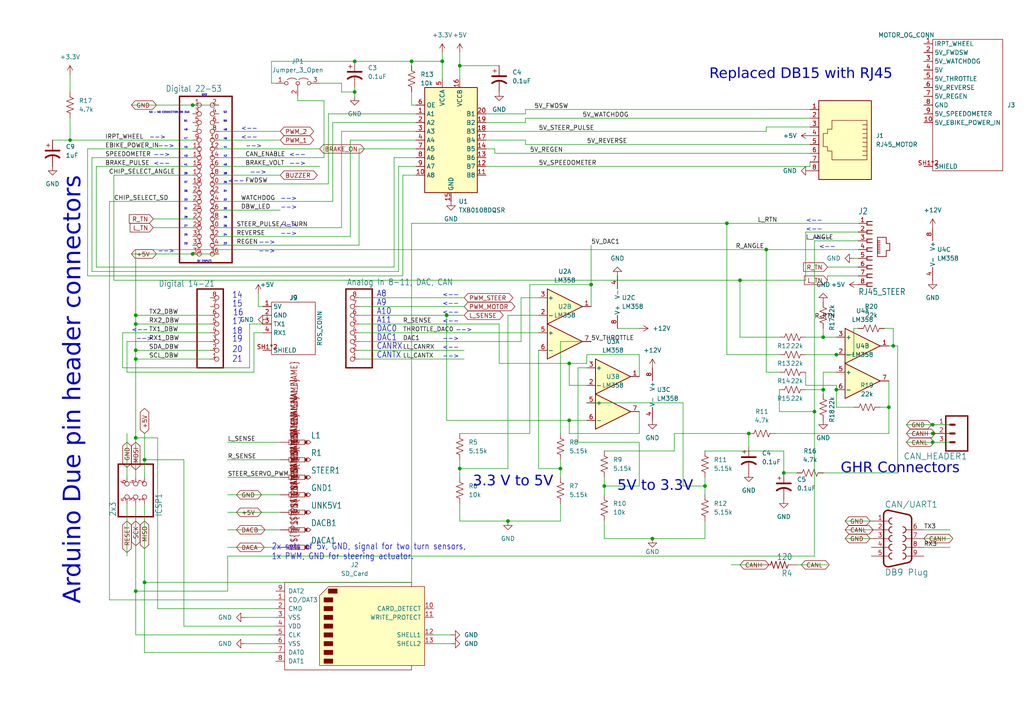
<source format=kicad_sch>
(kicad_sch (version 20230121) (generator eeschema)
  (paper "A4")
  (lib_symbols
    (symbol "Amplifier_Operational:LM358" (pin_names (offset 0.127))
      (property "Reference" "U" (at 0 5.08 0))
      (property "Value" "LM358" (at 0 -5.08 0))
      (symbol "LM358_1_1"
        (pin output line (at 7.62 0 180) (length 2.54) (name "~") (number "1"))
        (pin input line (at -7.62 -2.54 0) (length 2.54) (name "-") (number "2"))
        (pin input line (at -7.62 2.54 0) (length 2.54) (name "+") (number "3"))
      )
      (symbol "LM358_2_1"
        (pin input line (at -7.62 2.54 0) (length 2.54) (name "+") (number "5"))
        (pin input line (at -7.62 -2.54 0) (length 2.54) (name "-") (number "6"))
        (pin output line (at 7.62 0 180) (length 2.54) (name "~") (number "7"))
      )
      (symbol "LM358_3_1"
        (pin power_in line (at -2.54 -7.62 90) (length 3.81) (name "V-") (number "4"))
        (pin power_in line (at -2.54 7.62 270) (length 3.81) (name "V+") (number "8"))
      )
    )
    (symbol "Connector:RJ45" (pin_names (offset 1.016))
      (property "Reference" "J" (at -5.08 13.97 0))
      (property "Value" "RJ45" (at 2.54 13.97 0))
      (symbol "RJ45_1_1"
        (pin passive line (at 10.16 -7.62 180) (length 2.54) (name "~") (number "1"))
        (pin passive line (at 10.16 -5.08 180) (length 2.54) (name "~") (number "2"))
        (pin passive line (at 10.16 -2.54 180) (length 2.54) (name "~") (number "3"))
        (pin passive line (at 10.16 0 180) (length 2.54) (name "~") (number "4"))
        (pin passive line (at 10.16 2.54 180) (length 2.54) (name "~") (number "5"))
        (pin passive line (at 10.16 5.08 180) (length 2.54) (name "~") (number "6"))
        (pin passive line (at 10.16 7.62 180) (length 2.54) (name "~") (number "7"))
        (pin passive line (at 10.16 10.16 180) (length 2.54) (name "~") (number "8"))
      )
    )
    (symbol "Connector:SD_Card" (pin_names (offset 1.016))
      (property "Reference" "J" (at -16.51 13.97 0))
      (property "Value" "SD_Card" (at 15.24 -13.97 0))
      (symbol "SD_Card_1_1"
        (pin input line (at -22.86 7.62 0) (length 2.54) (name "CD/DAT3") (number "1"))
        (pin input line (at 22.86 5.08 180) (length 2.54) (name "CARD_DETECT") (number "10"))
        (pin input line (at 22.86 2.54 180) (length 2.54) (name "WRITE_PROTECT") (number "11"))
        (pin input line (at 22.86 -2.54 180) (length 2.54) (name "SHELL1") (number "12"))
        (pin input line (at 22.86 -5.08 180) (length 2.54) (name "SHELL2") (number "13"))
        (pin input line (at -22.86 5.08 0) (length 2.54) (name "CMD") (number "2"))
        (pin power_in line (at -22.86 2.54 0) (length 2.54) (name "VSS") (number "3"))
        (pin power_in line (at -22.86 0 0) (length 2.54) (name "VDD") (number "4"))
        (pin input line (at -22.86 -2.54 0) (length 2.54) (name "CLK") (number "5"))
        (pin power_in line (at -22.86 -5.08 0) (length 2.54) (name "VSS") (number "6"))
        (pin input line (at -22.86 -7.62 0) (length 2.54) (name "DAT0") (number "7"))
        (pin input line (at -22.86 -10.16 0) (length 2.54) (name "DAT1") (number "8"))
        (pin input line (at -22.86 10.16 0) (length 2.54) (name "DAT2") (number "9"))
      )
    )
    (symbol "Device:C_Polarized_US" (pin_numbers hide) (pin_names (offset 0.254) hide)
      (property "Reference" "C" (at 0.635 2.54 0))
      (property "Value" "C_Polarized_US" (at 0.635 -2.54 0))
      (symbol "C_Polarized_US_1_1"
        (pin passive line (at 0 3.81 270) (length 2.794) (name "~") (number "1"))
        (pin passive line (at 0 -3.81 90) (length 3.302) (name "~") (number "2"))
      )
    )
    (symbol "Device:R_US" (pin_numbers hide) (pin_names (offset 0))
      (property "Reference" "R" (at 2.54 0 90))
      (property "Value" "R_US" (at -2.54 0 90))
      (symbol "R_US_1_1"
        (pin passive line (at 0 3.81 270) (length 1.27) (name "~") (number "1"))
        (pin passive line (at 0 -3.81 90) (length 1.27) (name "~") (number "2"))
      )
    )
    (symbol "Jumper:Jumper_3_Open" (pin_names (offset 0) hide)
      (property "Reference" "JP" (at -2.54 -2.54 0))
      (property "Value" "Jumper_3_Open" (at 0 2.794 0))
      (symbol "Jumper_3_Open_1_1"
        (pin passive line (at -6.35 0 0) (length 2.54) (name "A") (number "1"))
        (pin passive line (at 0 -3.81 90) (length 2.54) (name "C") (number "2"))
        (pin passive line (at 6.35 0 180) (length 2.54) (name "B") (number "3"))
      )
    )
    (symbol "Logic_LevelTranslator:TXB0108DQSR"
      (property "Reference" "U" (at -6.35 16.51 0))
      (property "Value" "TXB0108DQSR" (at 3.81 16.51 0))
      (symbol "TXB0108DQSR_1_1"
        (pin bidirectional line (at -10.16 7.62 0) (length 2.54) (name "A1") (number "1"))
        (pin bidirectional line (at -10.16 -10.16 0) (length 2.54) (name "A8") (number "10"))
        (pin bidirectional line (at 10.16 -10.16 180) (length 2.54) (name "B8") (number "11"))
        (pin bidirectional line (at 10.16 -7.62 180) (length 2.54) (name "B7") (number "12"))
        (pin bidirectional line (at 10.16 -5.08 180) (length 2.54) (name "B6") (number "13"))
        (pin bidirectional line (at 10.16 -2.54 180) (length 2.54) (name "B5") (number "14"))
        (pin power_in line (at 0 -17.78 90) (length 2.54) (name "GND") (number "15"))
        (pin power_in line (at 2.54 17.78 270) (length 2.54) (name "VCCB") (number "16"))
        (pin bidirectional line (at 10.16 0 180) (length 2.54) (name "B4") (number "17"))
        (pin bidirectional line (at 10.16 2.54 180) (length 2.54) (name "B3") (number "18"))
        (pin bidirectional line (at 10.16 5.08 180) (length 2.54) (name "B2") (number "19"))
        (pin bidirectional line (at -10.16 5.08 0) (length 2.54) (name "A2") (number "2"))
        (pin bidirectional line (at 10.16 7.62 180) (length 2.54) (name "B1") (number "20"))
        (pin bidirectional line (at -10.16 2.54 0) (length 2.54) (name "A3") (number "3"))
        (pin bidirectional line (at -10.16 0 0) (length 2.54) (name "A4") (number "4"))
        (pin power_in line (at -2.54 17.78 270) (length 2.54) (name "VCCA") (number "5"))
        (pin input line (at -10.16 10.16 0) (length 2.54) (name "OE") (number "6"))
        (pin bidirectional line (at -10.16 -2.54 0) (length 2.54) (name "A5") (number "7"))
        (pin bidirectional line (at -10.16 -5.08 0) (length 2.54) (name "A6") (number "8"))
        (pin bidirectional line (at -10.16 -7.62 0) (length 2.54) (name "A7") (number "9"))
      )
    )
    (symbol "LowLevelv3_1-eagle-import:CONN_03-SCREW-5MM"
      (property "Reference" "J" (at -2.54 5.588 0))
      (symbol "CONN_03-SCREW-5MM_1_0"
        (pin passive line (at 7.62 -2.54 180) (length 5.08) (name "1") (number "1"))
        (pin passive line (at 7.62 0 180) (length 5.08) (name "2") (number "2"))
        (pin passive line (at 7.62 2.54 180) (length 5.08) (name "3") (number "3"))
      )
    )
    (symbol "LowLevelv3_1-eagle-import:DB9FEMALE"
      (property "Reference" "J" (at -3.81 8.636 0))
      (symbol "DB9FEMALE_1_0"
        (pin passive line (at -7.62 5.08 0) (length 5.08) (name "1") (number "1"))
        (pin passive line (at -7.62 2.54 0) (length 5.08) (name "2") (number "2"))
        (pin passive line (at -7.62 0 0) (length 5.08) (name "3") (number "3"))
        (pin passive line (at -7.62 -2.54 0) (length 5.08) (name "4") (number "4"))
        (pin passive line (at -7.62 -5.08 0) (length 5.08) (name "5") (number "5"))
        (pin passive line (at 7.62 2.54 180) (length 5.08) (name "6") (number "6"))
        (pin passive line (at 7.62 0 180) (length 5.08) (name "7") (number "7"))
        (pin passive line (at 7.62 -2.54 180) (length 5.08) (name "8") (number "8"))
        (pin passive line (at 7.62 -5.08 180) (length 5.08) (name "9") (number "9"))
      )
    )
    (symbol "LowLevelv3_1-eagle-import:PINHD-1X8"
      (property "Reference" "JP" (at -6.35 13.335 0))
      (symbol "PINHD-1X8_1_0"
        (pin passive inverted (at -2.54 10.16 0) (length 2.54) (name "1") (number "1"))
        (pin passive inverted (at -2.54 7.62 0) (length 2.54) (name "2") (number "2"))
        (pin passive inverted (at -2.54 5.08 0) (length 2.54) (name "3") (number "3"))
        (pin passive inverted (at -2.54 2.54 0) (length 2.54) (name "4") (number "4"))
        (pin passive inverted (at -2.54 0 0) (length 2.54) (name "5") (number "5"))
        (pin passive inverted (at -2.54 -2.54 0) (length 2.54) (name "6") (number "6"))
        (pin passive inverted (at -2.54 -5.08 0) (length 2.54) (name "7") (number "7"))
        (pin passive inverted (at -2.54 -7.62 0) (length 2.54) (name "8") (number "8"))
      )
    )
    (symbol "LowLevelv3_1-eagle-import:PINHD-2X3"
      (property "Reference" "JP" (at -6.35 5.715 0))
      (symbol "PINHD-2X3_1_0"
        (pin passive inverted (at -2.54 2.54 0) (length 2.54) (name "1") (number "1"))
        (pin passive inverted (at 5.08 2.54 180) (length 2.54) (name "2") (number "2"))
        (pin passive inverted (at -2.54 0 0) (length 2.54) (name "3") (number "3"))
        (pin passive inverted (at 5.08 0 180) (length 2.54) (name "4") (number "4"))
        (pin passive inverted (at -2.54 -2.54 0) (length 2.54) (name "5") (number "5"))
        (pin passive inverted (at 5.08 -2.54 180) (length 2.54) (name "6") (number "6"))
      )
    )
    (symbol "LowLevelv3_1-eagle-import:PINHEAD_PINHD-2X18"
      (property "Reference" "JP" (at -6.35 23.495 0))
      (symbol "PINHEAD_PINHD-2X18_1_0"
        (pin passive inverted (at -2.54 20.32 0) (length 2.54) (name "1") (number "1"))
        (pin passive inverted (at 5.08 10.16 180) (length 2.54) (name "10") (number "10"))
        (pin passive inverted (at -2.54 7.62 0) (length 2.54) (name "11") (number "11"))
        (pin passive inverted (at 5.08 7.62 180) (length 2.54) (name "12") (number "12"))
        (pin passive inverted (at -2.54 5.08 0) (length 2.54) (name "13") (number "13"))
        (pin passive inverted (at 5.08 5.08 180) (length 2.54) (name "14") (number "14"))
        (pin passive inverted (at -2.54 2.54 0) (length 2.54) (name "15") (number "15"))
        (pin passive inverted (at 5.08 2.54 180) (length 2.54) (name "16") (number "16"))
        (pin passive inverted (at -2.54 0 0) (length 2.54) (name "17") (number "17"))
        (pin passive inverted (at 5.08 0 180) (length 2.54) (name "18") (number "18"))
        (pin passive inverted (at -2.54 -2.54 0) (length 2.54) (name "19") (number "19"))
        (pin passive inverted (at 5.08 20.32 180) (length 2.54) (name "2") (number "2"))
        (pin passive inverted (at 5.08 -2.54 180) (length 2.54) (name "20") (number "20"))
        (pin passive inverted (at -2.54 -5.08 0) (length 2.54) (name "21") (number "21"))
        (pin passive inverted (at 5.08 -5.08 180) (length 2.54) (name "22") (number "22"))
        (pin passive inverted (at -2.54 -7.62 0) (length 2.54) (name "23") (number "23"))
        (pin passive inverted (at 5.08 -7.62 180) (length 2.54) (name "24") (number "24"))
        (pin passive inverted (at -2.54 -10.16 0) (length 2.54) (name "25") (number "25"))
        (pin passive inverted (at 5.08 -10.16 180) (length 2.54) (name "26") (number "26"))
        (pin passive inverted (at -2.54 -12.7 0) (length 2.54) (name "27") (number "27"))
        (pin passive inverted (at 5.08 -12.7 180) (length 2.54) (name "28") (number "28"))
        (pin passive inverted (at -2.54 -15.24 0) (length 2.54) (name "29") (number "29"))
        (pin passive inverted (at -2.54 17.78 0) (length 2.54) (name "3") (number "3"))
        (pin passive inverted (at 5.08 -15.24 180) (length 2.54) (name "30") (number "30"))
        (pin passive inverted (at -2.54 -17.78 0) (length 2.54) (name "31") (number "31"))
        (pin passive inverted (at 5.08 -17.78 180) (length 2.54) (name "32") (number "32"))
        (pin passive inverted (at -2.54 -20.32 0) (length 2.54) (name "33") (number "33"))
        (pin passive inverted (at 5.08 -20.32 180) (length 2.54) (name "34") (number "34"))
        (pin passive inverted (at -2.54 -22.86 0) (length 2.54) (name "35") (number "35"))
        (pin passive inverted (at 5.08 -22.86 180) (length 2.54) (name "36") (number "36"))
        (pin passive inverted (at 5.08 17.78 180) (length 2.54) (name "4") (number "4"))
        (pin passive inverted (at -2.54 15.24 0) (length 2.54) (name "5") (number "5"))
        (pin passive inverted (at 5.08 15.24 180) (length 2.54) (name "6") (number "6"))
        (pin passive inverted (at -2.54 12.7 0) (length 2.54) (name "7") (number "7"))
        (pin passive inverted (at 5.08 12.7 180) (length 2.54) (name "8") (number "8"))
        (pin passive inverted (at -2.54 10.16 0) (length 2.54) (name "9") (number "9"))
      )
    )
    (symbol "LowLevelv3_1-eagle-import:PTR1PAD1-17"
      (property "Reference" "TP" (at -1.016 -6.35 90))
      (symbol "PTR1PAD1-17_1_0"
        (text "${TP_SIGNAL_NAME}" (at 1.27 -2.54 0) (effects (font (size 1.778 1.5113)) (justify left bottom)))
        (pin input line (at 0 2.54 270) (length 2.54) (name "TP") (number "TP"))
      )
    )
    (symbol "LowLevelv3_1-eagle-import:R-US_R1206"
      (property "Reference" "R" (at -3.81 1.4986 0))
      (symbol "R-US_R1206_1_0"
        (pin passive line (at -5.08 0 0) (length 2.54) (name "1") (number "1"))
        (pin passive line (at 5.08 0 180) (length 2.54) (name "2") (number "2"))
      )
    )
    (symbol "LowLevelv3_1-eagle-import:RJ45"
      (property "Reference" "X" (at -2.54 10.16 0))
      (symbol "RJ45_1_0"
        (pin passive line (at -2.54 7.62 0) (length 2.54) (name "1") (number "1"))
        (pin passive line (at -2.54 5.08 0) (length 2.54) (name "2") (number "2"))
        (pin passive line (at -2.54 2.54 0) (length 2.54) (name "3") (number "3"))
        (pin passive line (at -2.54 0 0) (length 2.54) (name "4") (number "4"))
        (pin passive line (at -2.54 -2.54 0) (length 2.54) (name "5") (number "5"))
        (pin passive line (at -2.54 -5.08 0) (length 2.54) (name "6") (number "6"))
        (pin passive line (at -2.54 -7.62 0) (length 2.54) (name "7") (number "7"))
        (pin passive line (at -2.54 -10.16 0) (length 2.54) (name "8") (number "8"))
      )
    )
    (symbol "SM_CONNECTORS:10_Pin_Connector"
      (property "Reference" "J" (at 0 0 0))
      (symbol "10_Pin_Connector_1_1"
        (pin input line (at 5.08 -2.54 0) (length 2.54) (name "IRPT_WHEEL") (number "1"))
        (pin input line (at 5.08 -25.4 0) (length 2.54) (name "5V_EBIKE_POWER_IN") (number "10"))
        (pin input line (at 5.08 -5.08 0) (length 2.54) (name "5V_FWDSW") (number "2"))
        (pin input line (at 5.08 -7.62 0) (length 2.54) (name "5V_WATCHDOG") (number "3"))
        (pin input line (at 5.08 -10.16 0) (length 2.54) (name "5V") (number "4"))
        (pin input line (at 5.08 -12.7 0) (length 2.54) (name "5V_THROTTLE") (number "5"))
        (pin input line (at 5.08 -15.24 0) (length 2.54) (name "5V_REVERSE") (number "6"))
        (pin input line (at 5.08 -17.78 0) (length 2.54) (name "5V_REGEN") (number "7"))
        (pin input line (at 5.08 -20.32 0) (length 2.54) (name "GND") (number "8"))
        (pin input line (at 5.08 -22.86 0) (length 2.54) (name "5V_SPEEDOMETER") (number "9"))
        (pin input line (at 5.08 -38.1 0) (length 2.54) (name "SHIELD") (number "SH1*2"))
      )
    )
    (symbol "SM_CONNECTORS:SM04B-GHS-TB_LF__SN_-_SM04B-GHS-TB(LF)(SN)-_"
      (property "Reference" "J" (at 5.08 5.08 0))
      (symbol "SM04B-GHS-TB_LF__SN_-_SM04B-GHS-TB(LF)(SN)-__1_1"
        (pin input line (at -6.35 2.54 0) (length 2.54) (name "5V") (number "1"))
        (pin input line (at -6.35 0 0) (length 2.54) (name "GND") (number "2"))
        (pin input line (at -6.35 -2.54 0) (length 2.54) (name "TX1") (number "3"))
        (pin input line (at -6.35 -5.08 0) (length 2.54) (name "RX1") (number "4"))
        (pin input line (at -6.35 -10.16 0) (length 2.54) (name "SHIELD") (number "SH1*2"))
      )
    )
    (symbol "power:+12V" (power) (pin_names (offset 0))
      (property "Value" "+12V" (at 0 3.556 0))
      (symbol "+12V_1_1"
        (pin power_in line (at 0 0 90) (length 0) hide (name "+12V") (number "1"))
      )
    )
    (symbol "power:+3.3V" (power) (pin_names (offset 0))
      (property "Value" "+3.3V" (at 0 3.556 0))
      (symbol "+3.3V_1_1"
        (pin power_in line (at 0 0 90) (length 0) hide (name "+3.3V") (number "1"))
      )
    )
    (symbol "power:+5V" (power) (pin_names (offset 0))
      (property "Value" "+5V" (at 0 3.556 0))
      (symbol "+5V_1_1"
        (pin power_in line (at 0 0 90) (length 0) hide (name "+5V") (number "1"))
      )
    )
    (symbol "power:GND" (power) (pin_names (offset 0))
      (property "Value" "GND" (at 0 -3.81 0))
      (symbol "GND_1_1"
        (pin power_in line (at 0 0 270) (length 0) hide (name "GND") (number "1"))
      )
    )
  )
  (junction (at 55.88 30.48))
  (junction (at 270.51 128.27))
  (junction (at 171.45 82.55))
  (junction (at 102.87 17.78))
  (junction (at 147.32 151.13))
  (junction (at 128.27 17.78))
  (junction (at 238.76 97.79))
  (junction (at 242.57 113.03))
  (junction (at 270.51 125.73))
  (junction (at 39.37 91.44))
  (junction (at 20.32 40.64))
  (junction (at 129.54 91.44))
  (junction (at 119.38 17.78))
  (junction (at 102.87 26.67))
  (junction (at 175.26 140.97))
  (junction (at 162.56 135.89))
  (junction (at 217.17 125.73))
  (junction (at 189.23 156.21))
  (junction (at 165.1 121.92))
  (junction (at 227.33 137.16))
  (junction (at 214.63 81.28))
  (junction (at 41.91 168.91))
  (junction (at 259.08 100.33))
  (junction (at 39.37 127))
  (junction (at 204.47 140.97))
  (junction (at 210.82 64.77))
  (junction (at 55.88 73.66))
  (junction (at 41.91 133.35))
  (junction (at 133.35 135.89))
  (junction (at 39.37 101.6))
  (junction (at 39.37 93.98))
  (junction (at 165.1 105.41))
  (junction (at 39.37 104.14))
  (junction (at 133.35 19.05))
  (junction (at 39.37 171.45))
  (junction (at 236.22 119.38))
  (junction (at 238.76 113.03))
  (junction (at 257.81 118.11))
  (junction (at 270.51 123.19))
  (junction (at 222.25 72.39))
  (junction (at 242.57 102.87))
  (wire (pts (xy 204.47 138.43) (xy 204.47 140.97)))
  (wire (pts (xy 162.56 99.06) (xy 171.45 99.06)))
  (wire (pts (xy 257.81 118.11) (xy 257.81 125.73)))
  (wire (pts (xy 63.5 53.34) (xy 95.25 53.34)))
  (wire (pts (xy 165.1 121.92) (xy 165.1 125.73)) (stroke (width 0.1524)))
  (wire (pts (xy 226.06 97.79) (xy 214.63 97.79)))
  (wire (pts (xy 227.33 130.81) (xy 227.33 137.16)))
  (wire (pts (xy 233.68 67.31) (xy 248.92 67.31)))
  (wire (pts (xy 99.06 38.1) (xy 120.65 38.1)))
  (wire (pts (xy 39.37 101.6) (xy 39.37 104.14)))
  (wire (pts (xy 198.12 140.97) (xy 204.47 140.97)))
  (wire (pts (xy 104.14 43.18) (xy 120.65 43.18)) (stroke (width 0.1524)))
  (wire (pts (xy 115.57 48.26) (xy 115.57 78.74)))
  (wire (pts (xy 27.94 77.47) (xy 114.3 77.47)))
  (wire (pts (xy 242.57 111.76) (xy 242.57 113.03)))
  (wire (pts (xy 81.28 148.59) (xy 66.04 148.59)) (stroke (width 0.1524)))
  (wire (pts (xy 128.27 15.24) (xy 128.27 17.78)))
  (wire (pts (xy 204.47 151.13) (xy 204.47 156.21)))
  (wire (pts (xy 143.51 43.18) (xy 140.97 43.18)))
  (wire (pts (xy 242.57 107.95) (xy 238.76 107.95)))
  (wire (pts (xy 170.18 106.68) (xy 167.64 106.68)))
  (wire (pts (xy 214.63 97.79) (xy 214.63 81.28)))
  (wire (pts (xy 233.68 102.87) (xy 242.57 102.87)))
  (wire (pts (xy 36.83 99.06) (xy 36.83 107.95)))
  (wire (pts (xy 63.5 73.66) (xy 55.88 73.66)) (stroke (width 0.1524)))
  (wire (pts (xy 39.37 184.15) (xy 80.01 184.15)) (stroke (width 0.1524)))
  (wire (pts (xy 153.67 82.55) (xy 171.45 82.55)))
  (wire (pts (xy 36.83 125.73) (xy 36.83 138.43)) (stroke (width 0.1524)))
  (wire (pts (xy 104.14 96.52) (xy 156.21 96.52)) (stroke (width 0.1524)))
  (wire (pts (xy 210.82 102.87) (xy 226.06 102.87)))
  (wire (pts (xy 63.5 40.64) (xy 81.28 40.64)))
  (wire (pts (xy 233.68 107.95) (xy 233.68 111.76)))
  (wire (pts (xy 44.45 63.5) (xy 55.88 63.5)))
  (wire (pts (xy 25.4 43.18) (xy 25.4 80.01)))
  (wire (pts (xy 248.92 80.01) (xy 240.03 80.01)))
  (wire (pts (xy 39.37 72.39) (xy 39.37 91.44)))
  (wire (pts (xy 259.08 95.25) (xy 259.08 100.33)))
  (wire (pts (xy 96.52 35.56) (xy 120.65 35.56)) (stroke (width 0.1524)))
  (wire (pts (xy 45.72 127) (xy 45.72 176.53)) (stroke (width 0.1524)))
  (wire (pts (xy 119.38 30.48) (xy 120.65 30.48)))
  (wire (pts (xy 78.74 17.78) (xy 78.74 24.13)))
  (wire (pts (xy 170.18 116.84) (xy 198.12 116.84)))
  (wire (pts (xy 92.71 24.13) (xy 99.06 24.13)))
  (wire (pts (xy 252.73 151.13) (xy 245.11 151.13)) (stroke (width 0.1524)))
  (wire (pts (xy 227.33 137.16) (xy 231.14 137.16)))
  (wire (pts (xy 81.28 138.43) (xy 66.04 138.43)) (stroke (width 0.1524)))
  (wire (pts (xy 20.32 21.59) (xy 20.32 26.67)))
  (wire (pts (xy 165.1 111.76) (xy 170.18 111.76)) (stroke (width 0.1524)))
  (wire (pts (xy 99.06 66.04) (xy 99.06 38.1)))
  (wire (pts (xy 156.21 101.6) (xy 156.21 135.89)))
  (wire (pts (xy 133.35 15.24) (xy 133.35 19.05)))
  (wire (pts (xy 143.51 44.45) (xy 143.51 43.18)))
  (wire (pts (xy 222.25 36.83) (xy 234.95 36.83)))
  (wire (pts (xy 242.57 118.11) (xy 247.65 118.11)))
  (wire (pts (xy 152.4 35.56) (xy 140.97 35.56)))
  (wire (pts (xy 248.92 72.39) (xy 222.25 72.39)))
  (wire (pts (xy 238.76 113.03) (xy 238.76 114.3)))
  (wire (pts (xy 162.56 133.35) (xy 162.56 135.89)))
  (wire (pts (xy 39.37 127) (xy 45.72 127)) (stroke (width 0.1524)))
  (wire (pts (xy 39.37 127) (xy 39.37 138.43)) (stroke (width 0.1524)))
  (wire (pts (xy 76.2 88.9) (xy 74.93 88.9)))
  (wire (pts (xy 104.14 101.6) (xy 134.62 101.6)) (stroke (width 0.1524)))
  (wire (pts (xy 104.14 93.98) (xy 144.78 93.98)) (stroke (width 0.1524)))
  (wire (pts (xy 96.52 58.42) (xy 96.52 35.56)) (stroke (width 0.1524)))
  (wire (pts (xy 236.22 119.38) (xy 236.22 161.29)))
  (wire (pts (xy 27.94 48.26) (xy 27.94 77.47)))
  (wire (pts (xy 175.26 156.21) (xy 189.23 156.21)))
  (wire (pts (xy 31.75 58.42) (xy 31.75 173.99)))
  (wire (pts (xy 95.25 33.02) (xy 120.65 33.02)))
  (wire (pts (xy 41.91 189.23) (xy 80.01 189.23)))
  (wire (pts (xy 170.18 102.87) (xy 185.42 102.87)) (stroke (width 0.1524)))
  (wire (pts (xy 45.72 176.53) (xy 80.01 176.53)) (stroke (width 0.1524)))
  (wire (pts (xy 39.37 104.14) (xy 60.96 104.14)))
  (wire (pts (xy 231.14 163.83) (xy 240.03 163.83)) (stroke (width 0.1524)))
  (wire (pts (xy 33.02 50.8) (xy 55.88 50.8)))
  (wire (pts (xy 72.39 93.98) (xy 76.2 93.98)))
  (wire (pts (xy 128.27 17.78) (xy 128.27 22.86)))
  (wire (pts (xy 39.37 93.98) (xy 39.37 101.6)))
  (wire (pts (xy 41.91 146.05) (xy 41.91 168.91)) (stroke (width 0.1524)))
  (wire (pts (xy 242.57 102.87) (xy 247.65 102.87)))
  (wire (pts (xy 257.81 110.49) (xy 257.81 118.11)))
  (wire (pts (xy 226.06 119.38) (xy 236.22 119.38)))
  (wire (pts (xy 238.76 107.95) (xy 238.76 113.03)))
  (wire (pts (xy 259.08 100.33) (xy 257.81 100.33)))
  (wire (pts (xy 26.67 78.74) (xy 26.67 45.72)))
  (wire (pts (xy 153.67 125.73) (xy 153.67 82.55)))
  (wire (pts (xy 152.4 41.91) (xy 152.4 40.64)))
  (wire (pts (xy 73.66 107.95) (xy 73.66 96.52)))
  (wire (pts (xy 185.42 125.73) (xy 185.42 119.38)) (stroke (width 0.1524)))
  (wire (pts (xy 81.28 143.51) (xy 66.04 143.51)) (stroke (width 0.1524)))
  (wire (pts (xy 175.26 140.97) (xy 175.26 143.51)))
  (wire (pts (xy 44.45 66.04) (xy 55.88 66.04)))
  (wire (pts (xy 129.54 91.44) (xy 129.54 121.92)) (stroke (width 0.1524)))
  (wire (pts (xy 165.1 121.92) (xy 170.18 121.92)) (stroke (width 0.1524)))
  (wire (pts (xy 95.25 53.34) (xy 95.25 33.02)))
  (wire (pts (xy 41.91 168.91) (xy 41.91 189.23)) (stroke (width 0.1524)))
  (wire (pts (xy 35.56 106.68) (xy 72.39 106.68)))
  (wire (pts (xy 256.54 95.25) (xy 259.08 95.25)))
  (wire (pts (xy 242.57 113.03) (xy 242.57 118.11)))
  (wire (pts (xy 78.74 24.13) (xy 80.01 24.13)))
  (wire (pts (xy 114.3 45.72) (xy 120.65 45.72)))
  (wire (pts (xy 81.28 158.75) (xy 66.04 158.75)) (stroke (width 0.1524)))
  (wire (pts (xy 39.37 91.44) (xy 60.96 91.44)))
  (wire (pts (xy 53.34 181.61) (xy 80.01 181.61)) (stroke (width 0.1524)))
  (wire (pts (xy 238.76 97.79) (xy 242.57 97.79)))
  (wire (pts (xy 81.28 128.27) (xy 66.04 128.27)) (stroke (width 0.1524)))
  (wire (pts (xy 234.95 34.29) (xy 152.4 34.29)))
  (wire (pts (xy 39.37 91.44) (xy 39.37 93.98)))
  (wire (pts (xy 72.39 106.68) (xy 72.39 93.98)))
  (wire (pts (xy 101.6 40.64) (xy 120.65 40.64)) (stroke (width 0.1524)))
  (wire (pts (xy 63.5 45.72) (xy 93.98 45.72)))
  (wire (pts (xy 114.3 77.47) (xy 114.3 45.72)))
  (wire (pts (xy 31.75 173.99) (xy 80.01 173.99)))
  (wire (pts (xy 104.14 99.06) (xy 151.13 99.06)) (stroke (width 0.1524)))
  (wire (pts (xy 204.47 140.97) (xy 204.47 143.51)))
  (wire (pts (xy 53.34 133.35) (xy 53.34 181.61)) (stroke (width 0.1524)))
  (wire (pts (xy 175.26 130.81) (xy 195.58 130.81)))
  (wire (pts (xy 275.59 125.73) (xy 270.51 125.73)) (stroke (width 0.1524)))
  (wire (pts (xy 133.35 125.73) (xy 153.67 125.73)))
  (wire (pts (xy 233.68 111.76) (xy 242.57 111.76)))
  (wire (pts (xy 119.38 17.78) (xy 128.27 17.78)))
  (wire (pts (xy 179.07 95.25) (xy 185.42 95.25)))
  (wire (pts (xy 25.4 43.18) (xy 55.88 43.18)))
  (wire (pts (xy 247.65 102.87) (xy 247.65 95.25)))
  (wire (pts (xy 20.32 40.64) (xy 55.88 40.64)))
  (wire (pts (xy 214.63 81.28) (xy 233.68 81.28)))
  (wire (pts (xy 165.1 105.41) (xy 165.1 111.76)) (stroke (width 0.1524)))
  (wire (pts (xy 39.37 171.45) (xy 39.37 184.15)) (stroke (width 0.1524)))
  (wire (pts (xy 226.06 113.03) (xy 226.06 119.38)))
  (wire (pts (xy 81.28 133.35) (xy 66.04 133.35)) (stroke (width 0.1524)))
  (wire (pts (xy 248.92 69.85) (xy 236.22 69.85)))
  (wire (pts (xy 76.2 91.44) (xy 77.47 91.44)))
  (wire (pts (xy 248.92 64.77) (xy 210.82 64.77)))
  (wire (pts (xy 234.95 41.91) (xy 152.4 41.91)))
  (wire (pts (xy 260.35 100.33) (xy 259.08 100.33)))
  (wire (pts (xy 270.51 125.73) (xy 262.89 125.73)) (stroke (width 0.1524)))
  (wire (pts (xy 140.97 38.1) (xy 222.25 38.1)))
  (wire (pts (xy 238.76 95.25) (xy 238.76 97.79)))
  (wire (pts (xy 66.04 171.45) (xy 39.37 171.45)))
  (wire (pts (xy 222.25 38.1) (xy 222.25 36.83)))
  (wire (pts (xy 104.14 91.44) (xy 129.54 91.44)) (stroke (width 0.1524)))
  (wire (pts (xy 119.38 17.78) (xy 119.38 19.05)))
  (wire (pts (xy 147.32 91.44) (xy 147.32 135.89)))
  (wire (pts (xy 119.38 64.77) (xy 119.38 168.91)))
  (wire (pts (xy 66.04 161.29) (xy 66.04 171.45)))
  (wire (pts (xy 63.5 71.12) (xy 104.14 71.12)) (stroke (width 0.1524)))
  (wire (pts (xy 185.42 102.87) (xy 185.42 109.22)) (stroke (width 0.1524)))
  (wire (pts (xy 234.95 44.45) (xy 143.51 44.45)))
  (wire (pts (xy 260.35 137.16) (xy 260.35 100.33)))
  (wire (pts (xy 81.28 38.1) (xy 63.5 38.1)) (stroke (width 0.1524)))
  (wire (pts (xy 224.79 125.73) (xy 257.81 125.73)))
  (wire (pts (xy 170.18 105.41) (xy 170.18 102.87)) (stroke (width 0.1524)))
  (wire (pts (xy 156.21 91.44) (xy 147.32 91.44)))
  (wire (pts (xy 93.98 29.21) (xy 86.36 29.21)))
  (wire (pts (xy 171.45 82.55) (xy 171.45 88.9)))
  (wire (pts (xy 63.5 48.26) (xy 92.71 48.26)))
  (wire (pts (xy 39.37 146.05) (xy 39.37 171.45)) (stroke (width 0.1524)))
  (wire (pts (xy 129.54 91.44) (xy 134.62 91.44)) (stroke (width 0.1524)))
  (wire (pts (xy 102.87 17.78) (xy 119.38 17.78)))
  (wire (pts (xy 238.76 137.16) (xy 260.35 137.16)))
  (wire (pts (xy 162.56 135.89) (xy 162.56 138.43)))
  (wire (pts (xy 101.6 68.58) (xy 101.6 40.64)) (stroke (width 0.1524)))
  (wire (pts (xy 36.83 146.05) (xy 36.83 161.29)) (stroke (width 0.1524)))
  (wire (pts (xy 175.26 151.13) (xy 175.26 156.21)))
  (wire (pts (xy 31.75 58.42) (xy 55.88 58.42)))
  (wire (pts (xy 71.12 179.07) (xy 80.01 179.07)))
  (wire (pts (xy 125.73 186.69) (xy 130.81 186.69)))
  (wire (pts (xy 93.98 45.72) (xy 93.98 29.21)))
  (wire (pts (xy 104.14 71.12) (xy 104.14 43.18)) (stroke (width 0.1524)))
  (wire (pts (xy 41.91 133.35) (xy 41.91 138.43)) (stroke (width 0.1524)))
  (wire (pts (xy 104.14 86.36) (xy 134.62 86.36)) (stroke (width 0.1524)))
  (wire (pts (xy 210.82 64.77) (xy 119.38 64.77)))
  (wire (pts (xy 71.12 186.69) (xy 80.01 186.69)))
  (wire (pts (xy 81.28 153.67) (xy 66.04 153.67)) (stroke (width 0.1524)))
  (wire (pts (xy 167.64 128.27) (xy 185.42 128.27)))
  (wire (pts (xy 151.13 86.36) (xy 156.21 86.36)) (stroke (width 0.1524)))
  (wire (pts (xy 26.67 45.72) (xy 55.88 45.72)))
  (wire (pts (xy 267.97 153.67) (xy 275.59 153.67)) (stroke (width 0.1524)))
  (wire (pts (xy 77.47 91.44) (xy 77.47 92.71)))
  (wire (pts (xy 234.95 48.26) (xy 234.95 46.99)))
  (wire (pts (xy 220.98 163.83) (xy 212.09 163.83)) (stroke (width 0.1524)))
  (wire (pts (xy 275.59 123.19) (xy 270.51 123.19)) (stroke (width 0.1524)))
  (wire (pts (xy 39.37 101.6) (xy 60.96 101.6)))
  (wire (pts (xy 152.4 31.75) (xy 152.4 33.02)))
  (wire (pts (xy 240.03 80.01) (xy 240.03 81.28)))
  (wire (pts (xy 120.65 48.26) (xy 115.57 48.26)))
  (wire (pts (xy 102.87 26.67) (xy 102.87 25.4)))
  (wire (pts (xy 234.95 31.75) (xy 152.4 31.75)))
  (wire (pts (xy 233.68 67.31) (xy 233.68 81.28)))
  (wire (pts (xy 171.45 71.12) (xy 171.45 82.55)))
  (wire (pts (xy 104.14 104.14) (xy 134.62 104.14)) (stroke (width 0.1524)))
  (wire (pts (xy 39.37 93.98) (xy 60.96 93.98)))
  (wire (pts (xy 35.56 96.52) (xy 60.96 96.52)))
  (wire (pts (xy 63.5 58.42) (xy 96.52 58.42)) (stroke (width 0.1524)))
  (wire (pts (xy 236.22 69.85) (xy 236.22 119.38)))
  (wire (pts (xy 233.68 97.79) (xy 238.76 97.79)))
  (wire (pts (xy 275.59 128.27) (xy 270.51 128.27)) (stroke (width 0.1524)))
  (wire (pts (xy 162.56 146.05) (xy 162.56 151.13)))
  (wire (pts (xy 156.21 135.89) (xy 162.56 135.89)))
  (wire (pts (xy 25.4 80.01) (xy 116.84 80.01)))
  (wire (pts (xy 162.56 125.73) (xy 162.56 99.06)))
  (wire (pts (xy 165.1 105.41) (xy 170.18 105.41)) (stroke (width 0.1524)))
  (wire (pts (xy 115.57 78.74) (xy 26.67 78.74)))
  (wire (pts (xy 41.91 133.35) (xy 53.34 133.35)) (stroke (width 0.1524)))
  (wire (pts (xy 222.25 72.39) (xy 39.37 72.39)))
  (wire (pts (xy 63.5 30.48) (xy 55.88 30.48)) (stroke (width 0.1524)))
  (wire (pts (xy 133.35 19.05) (xy 144.78 19.05)))
  (wire (pts (xy 152.4 33.02) (xy 140.97 33.02)))
  (wire (pts (xy 226.06 107.95) (xy 222.25 107.95)))
  (wire (pts (xy 270.51 128.27) (xy 262.89 128.27)) (stroke (width 0.1524)))
  (wire (pts (xy 55.88 73.66) (xy 38.1 73.66)) (stroke (width 0.1524)))
  (wire (pts (xy 204.47 156.21) (xy 189.23 156.21)))
  (wire (pts (xy 133.35 133.35) (xy 133.35 135.89)))
  (wire (pts (xy 252.73 156.21) (xy 245.11 156.21)) (stroke (width 0.1524)))
  (wire (pts (xy 151.13 99.06) (xy 151.13 86.36)) (stroke (width 0.1524)))
  (wire (pts (xy 102.87 27.94) (xy 102.87 26.67)))
  (wire (pts (xy 185.42 128.27) (xy 185.42 140.97)))
  (wire (pts (xy 167.64 106.68) (xy 167.64 128.27)))
  (wire (pts (xy 147.32 135.89) (xy 133.35 135.89)))
  (wire (pts (xy 252.73 153.67) (xy 245.11 153.67)) (stroke (width 0.1524)))
  (wire (pts (xy 162.56 151.13) (xy 147.32 151.13)))
  (wire (pts (xy 152.4 40.64) (xy 140.97 40.64)))
  (wire (pts (xy 198.12 116.84) (xy 198.12 140.97)))
  (wire (pts (xy 99.06 24.13) (xy 99.06 26.67)))
  (wire (pts (xy 99.06 26.67) (xy 102.87 26.67)))
  (wire (pts (xy 195.58 125.73) (xy 217.17 125.73)))
  (wire (pts (xy 133.35 19.05) (xy 133.35 22.86)))
  (wire (pts (xy 33.02 81.28) (xy 214.63 81.28)))
  (wire (pts (xy 63.5 60.96) (xy 81.28 60.96)))
  (wire (pts (xy 74.93 85.09) (xy 74.93 88.9)))
  (wire (pts (xy 236.22 161.29) (xy 66.04 161.29)))
  (wire (pts (xy 133.35 146.05) (xy 133.35 151.13)))
  (wire (pts (xy 129.54 121.92) (xy 165.1 121.92)) (stroke (width 0.1524)))
  (wire (pts (xy 35.56 96.52) (xy 35.56 106.68)))
  (wire (pts (xy 255.27 118.11) (xy 257.81 118.11)))
  (wire (pts (xy 267.97 158.75) (xy 275.59 158.75)) (stroke (width 0.1524)))
  (wire (pts (xy 41.91 125.73) (xy 41.91 133.35)) (stroke (width 0.1524)))
  (wire (pts (xy 125.73 184.15) (xy 130.81 184.15)))
  (wire (pts (xy 39.37 104.14) (xy 39.37 127)))
  (wire (pts (xy 222.25 107.95) (xy 222.25 72.39)))
  (wire (pts (xy 217.17 125.73) (xy 217.17 129.54)))
  (wire (pts (xy 63.5 50.8) (xy 81.28 50.8)) (stroke (width 0.1524)))
  (wire (pts (xy 116.84 50.8) (xy 120.65 50.8)))
  (wire (pts (xy 248.92 74.93) (xy 247.65 74.93)))
  (wire (pts (xy 247.65 95.25) (xy 248.92 95.25)))
  (wire (pts (xy 119.38 168.91) (xy 41.91 168.91)))
  (wire (pts (xy 27.94 48.26) (xy 55.88 48.26)))
  (wire (pts (xy 104.14 88.9) (xy 134.62 88.9)) (stroke (width 0.1524)))
  (wire (pts (xy 195.58 130.81) (xy 195.58 125.73)))
  (wire (pts (xy 116.84 80.01) (xy 116.84 50.8)))
  (wire (pts (xy 270.51 123.19) (xy 262.89 123.19)) (stroke (width 0.1524)))
  (wire (pts (xy 20.32 34.29) (xy 20.32 40.64)))
  (wire (pts (xy 36.83 99.06) (xy 60.96 99.06)))
  (wire (pts (xy 86.36 27.94) (xy 86.36 29.21)))
  (wire (pts (xy 144.78 93.98) (xy 144.78 105.41)) (stroke (width 0.1524)))
  (wire (pts (xy 175.26 138.43) (xy 175.26 140.97)))
  (wire (pts (xy 55.88 30.48) (xy 38.1 30.48)) (stroke (width 0.1524)))
  (wire (pts (xy 275.59 156.21) (xy 267.97 156.21)) (stroke (width 0.1524)))
  (wire (pts (xy 210.82 64.77) (xy 210.82 102.87)))
  (wire (pts (xy 165.1 125.73) (xy 185.42 125.73)) (stroke (width 0.1524)))
  (wire (pts (xy 15.24 40.64) (xy 20.32 40.64)))
  (wire (pts (xy 152.4 34.29) (xy 152.4 35.56)))
  (wire (pts (xy 63.5 68.58) (xy 101.6 68.58)) (stroke (width 0.1524)))
  (wire (pts (xy 33.02 50.8) (xy 33.02 81.28)))
  (wire (pts (xy 204.47 130.81) (xy 227.33 130.81)))
  (wire (pts (xy 78.74 17.78) (xy 102.87 17.78)))
  (wire (pts (xy 119.38 26.67) (xy 119.38 30.48)))
  (wire (pts (xy 140.97 48.26) (xy 234.95 48.26)))
  (wire (pts (xy 73.66 96.52) (xy 76.2 96.52)))
  (wire (pts (xy 36.83 107.95) (xy 73.66 107.95)))
  (wire (pts (xy 185.42 140.97) (xy 175.26 140.97)))
  (wire (pts (xy 233.68 113.03) (xy 238.76 113.03)))
  (wire (pts (xy 240.03 77.47) (xy 248.92 77.47)))
  (wire (pts (xy 133.35 135.89) (xy 133.35 138.43)))
  (wire (pts (xy 63.5 43.18) (xy 92.71 43.18)))
  (wire (pts (xy 63.5 66.04) (xy 99.06 66.04)))
  (wire (pts (xy 144.78 105.41) (xy 165.1 105.41)) (stroke (width 0.1524)))
  (wire (pts (xy 133.35 151.13) (xy 147.32 151.13)))
  (text "38" (at 64.77 50.8 0) (effects (font (size 0.5 0.5)) (justify left bottom)))
  (text "-->" (at 45.72 43.18 0) (effects (font (size 1.27 1.27)) (justify left bottom)))
  (text "A11" (at 109.22 93.98 0) (effects (font (size 1.778 1.5113)) (justify left bottom)))
  (text "CANRX\n" (at 109.22 101.6 0) (effects (font (size 1.778 1.5113)) (justify left bottom)))
  (text "<--\n" (at 44.45 48.26 0) (effects (font (size 1.27 1.27)) (justify left bottom)))
  (text "40\n" (at 64.77 48.26 0) (effects (font (size 0.5 0.5)) (justify left bottom)))
  (text "34" (at 64.77 55.88 0) (effects (font (size 0.5 0.5)) (justify left bottom)))
  (text "<--\n" (at 128.27 86.36 0) (effects (font (size 1.27 1.27)) (justify left bottom)))
  (text "<--\n" (at 66.04 53.34 0) (effects (font (size 1.27 1.27)) (justify left bottom)))
  (text "DAC1" (at 109.22 99.06 0) (effects (font (size 1.778 1.5113)) (justify left bottom)))
  (text "17" (at 67.31 94.361 0) (effects (font (size 1.778 1.5113)) (justify left bottom)))
  (text "22" (at 64.77 71.12 0) (effects (font (size 0.5 0.5)) (justify left bottom)))
  (text "-->" (at 74.93 71.12 0) (effects (font (size 1.27 1.27)) (justify left bottom)))
  (text "-->" (at 132.08 96.52 0) (effects (font (size 1.27 1.27)) (justify left bottom)))
  (text "-->" (at 74.93 73.66 0) (effects (font (size 1.27 1.27)) (justify left bottom)))
  (text "-->" (at 83.82 48.26 0) (effects (font (size 1.27 1.27)) (justify left bottom)))
  (text "A9" (at 109.22 88.9 0) (effects (font (size 1.778 1.5113)) (justify left bottom)))
  (text "<--\n" (at 233.68 67.31 0) (effects (font (size 1.27 1.27)) (justify left bottom)))
  (text "43" (at 53.34 45.72 0) (effects (font (size 0.5 0.5)) (justify left bottom)))
  (text "GND\n" (at 58.42 27.94 0) (effects (font (size 0.5 0.5)) (justify left bottom)))
  (text "33" (at 53.34 58.42 0) (effects (font (size 0.5 0.5)) (justify left bottom)))
  (text "<--\n" (at 236.22 69.85 0) (effects (font (size 1.27 1.27)) (justify left bottom)))
  (text "42" (at 64.77 45.72 0) (effects (font (size 0.5 0.5)) (justify left bottom)))
  (text "28" (at 64.77 63.5 0) (effects (font (size 0.5 0.5)) (justify left bottom)))
  (text "41\n" (at 53.34 48.26 0) (effects (font (size 0.5 0.5)) (justify left bottom)))
  (text "Replaced DB15 with RJ45\n" (at 205.74 24.13 0) (effects (font (size 3 3)) (justify left bottom)))
  (text "48" (at 64.77 38.1 0) (effects (font (size 0.5 0.5)) (justify left bottom)))
  (text "47" (at 53.34 40.64 0) (effects (font (size 0.5 0.5)) (justify left bottom)))
  (text "-->" (at 128.27 104.14 0) (effects (font (size 1.27 1.27)) (justify left bottom)))
  (text "31" (at 53.34 60.96 0) (effects (font (size 0.5 0.5)) (justify left bottom)))
  (text "45" (at 53.34 43.18 0) (effects (font (size 0.5 0.5)) (justify left bottom)))
  (text "3.3 V to 5V\n\n" (at 137.16 147.32 0) (effects (font (size 3 3)) (justify left bottom)))
  (text "24" (at 64.77 68.58 0) (effects (font (size 0.5 0.5)) (justify left bottom)))
  (text "37" (at 53.34 53.34 0) (effects (font (size 0.5 0.5)) (justify left bottom)))
  (text "<--\n" (at 69.85 40.64 0) (effects (font (size 1.27 1.27)) (justify left bottom)))
  (text "-->" (at 128.27 99.06 0) (effects (font (size 1.27 1.27)) (justify left bottom)))
  (text "-->" (at 72.39 50.8 0) (effects (font (size 1.27 1.27)) (justify left bottom)))
  (text "44" (at 64.77 43.18 0) (effects (font (size 0.5 0.5)) (justify left bottom)))
  (text "53 - NO CONNECTION ON DUE\n" (at 43.18 33.02 0) (effects (font (size 0.5 0.5)) (justify left bottom)))
  (text "<--\n" (at 128.27 101.6 0) (effects (font (size 1.27 1.27)) (justify left bottom)))
  (text "35" (at 53.34 55.88 0) (effects (font (size 0.5 0.5)) (justify left bottom)))
  (text "36" (at 64.77 53.34 0) (effects (font (size 0.5 0.5)) (justify left bottom)))
  (text "CANTX\n" (at 109.22 104.14 0) (effects (font (size 1.778 1.5113)) (justify left bottom)))
  (text "29\n" (at 53.34 63.5 0) (effects (font (size 0.5 0.5)) (justify left bottom)))
  (text "-->" (at 81.28 60.96 0) (effects (font (size 1.27 1.27)) (justify left bottom)))
  (text "<--\n" (at 233.68 64.77 0) (effects (font (size 1.27 1.27)) (justify left bottom)))
  (text "-->" (at 45.72 73.66 0) (effects (font (size 1.27 1.27)) (justify left bottom)))
  (text "A8" (at 109.22 86.36 0) (effects (font (size 1.778 1.5113)) (justify left bottom)))
  (text "<--\n" (at 128.27 88.9 0) (effects (font (size 1.27 1.27)) (justify left bottom)))
  (text "19" (at 67.31 99.441 0) (effects (font (size 1.778 1.5113)) (justify left bottom)))
  (text "-->" (at 81.28 58.42 0) (effects (font (size 1.27 1.27)) (justify left bottom)))
  (text "16" (at 67.564 91.821 0) (effects (font (size 1.778 1.5113)) (justify left bottom)))
  (text "-->" (at 81.28 66.04 0) (effects (font (size 1.27 1.27)) (justify left bottom)))
  (text "32" (at 64.77 58.42 0) (effects (font (size 0.5 0.5)) (justify left bottom)))
  (text "27" (at 53.34 66.04 0) (effects (font (size 0.5 0.5)) (justify left bottom)))
  (text "15" (at 67.31 89.281 0) (effects (font (size 1.778 1.5113)) (justify left bottom)))
  (text "18" (at 67.31 97.155 0) (effects (font (size 1.778 1.5113)) (justify left bottom)))
  (text "46" (at 64.77 40.64 0) (effects (font (size 0.5 0.5)) (justify left bottom)))
  (text "20" (at 67.31 102.489 0) (effects (font (size 1.778 1.5113)) (justify left bottom)))
  (text "-->" (at 71.12 43.18 0) (effects (font (size 1.27 1.27)) (justify left bottom)))
  (text "5V to 3.3V\n\n\n" (at 179.07 153.67 0) (effects (font (size 3 3)) (justify left bottom)))
  (text "51" (at 53.34 35.56 0) (effects (font (size 0.5 0.5)) (justify left bottom)))
  (text "DAC0\n" (at 109.22 96.52 0) (effects (font (size 1.778 1.5113)) (justify left bottom)))
  (text "<--\n" (at 83.82 45.72 0) (effects (font (size 1.27 1.27)) (justify left bottom)))
  (text "A10" (at 109.22 91.44 0) (effects (font (size 1.778 1.5113)) (justify left bottom)))
  (text "5V (INPUT)\n" (at 57.15 76.2 0) (effects (font (size 0.5 0.5)) (justify left bottom)))
  (text "-->" (at 44.45 45.72 0) (effects (font (size 1.27 1.27)) (justify left bottom)))
  (text "<--\n" (at 128.27 91.44 0) (effects (font (size 1.27 1.27)) (justify left bottom)))
  (text "30\n" (at 64.77 60.96 0) (effects (font (size 0.5 0.5)) (justify left bottom)))
  (text "GHR Connectors\n\n" (at 243.84 143.51 0) (effects (font (size 3 3)) (justify left bottom)))
  (text "14" (at 67.31 86.741 0) (effects (font (size 1.778 1.5113)) (justify left bottom)))
  (text "21" (at 67.31 105.283 0) (effects (font (size 1.778 1.5113)) (justify left bottom)))
  (text "39" (at 53.34 50.8 0) (effects (font (size 0.5 0.5)) (justify left bottom)))
  (text "52" (at 64.77 33.02 0) (effects (font (size 0.5 0.5)) (justify left bottom)))
  (text "49" (at 53.34 38.1 0) (effects (font (size 0.5 0.5)) (justify left bottom)))
  (text "<--\n" (at 38.1 96.52 0) (effects (font (size 1.27 1.27)) (justify left bottom)))
  (text "-->" (at 81.28 68.58 0) (effects (font (size 1.27 1.27)) (justify left bottom)))
  (text "25" (at 53.34 68.58 0) (effects (font (size 0.5 0.5)) (justify left bottom)))
  (text "<--\n" (at 237.49 72.39 0) (effects (font (size 1.27 1.27)) (justify left bottom)))
  (text "2x sets of 5v, GND, signal for two turn sensors,\n1x PWM, GND for steering actuator." (at 78.74 162.56 0) (effects (font (size 1.778 1.5113)) (justify left bottom)))
  (text "-->" (at 43.18 40.64 0) (effects (font (size 1.27 1.27)) (justify left bottom)))
  (text "<--\n" (at 69.85 38.1 0) (effects (font (size 1.27 1.27)) (justify left bottom)))
  (text "Arduino Due pin header connectors" (at 25.4 175.26 90) (effects (font (size 5 5)) (justify left bottom)))
  (text "<--\n" (at 128.27 93.98 0) (effects (font (size 1.27 1.27)) (justify left bottom)))
  (text "-->" (at 39.37 99.06 0) (effects (font (size 1.27 1.27)) (justify left bottom)))
  (text "23" (at 53.34 71.12 0) (effects (font (size 0.5 0.5)) (justify left bottom)))
  (text "50" (at 64.77 35.56 0) (effects (font (size 0.5 0.5)) (justify left bottom)))
  (text "26" (at 64.77 66.04 0) (effects (font (size 0.5 0.5)) (justify left bottom)))
  (label "EBIKE_POWER_IN" (at 30.48 43.18 0) (effects (font (size 1.2446 1.2446))))
  (label "SCL_DBW" (at 43.18 104.14 0))
  (label "CAN_ENABLE" (at 71.12 45.72 0) (effects (font (size 1.2446 1.2446))))
  (label "LL_CANRX" (at 116.84 101.6 0) (effects (font (size 1.2446 1.2446))))
  (label "BRAKE_PULSE" (at 30.48 48.26 0) (effects (font (size 1.2446 1.2446))))
  (label "THROTTLE_DAC0" (at 116.84 96.52 0) (effects (font (size 1.2446 1.2446))))
  (label "5V_DAC1" (at 171.45 71.12 0))
  (label "RX3" (at 267.97 158.75 0) (effects (font (size 1.2446 1.2446))))
  (label "RX1_DBW" (at 43.18 99.06 0))
  (label "LL_CANTX" (at 116.84 104.14 0) (effects (font (size 1.2446 1.2446))))
  (label "CHIP_SELECT_SD" (at 33.02 58.42 0))
  (label "DBW_LED" (at 69.85 60.96 0))
  (label "5V_REGEN" (at 153.67 44.45 0))
  (label "REVERSE" (at 68.58 68.58 0) (effects (font (size 1.2446 1.2446))))
  (label "5V_FWDSW" (at 154.94 31.75 0))
  (label "IRPT_WHEEL" (at 30.48 40.64 0) (effects (font (size 1.2446 1.2446))))
  (label "RX2_DBW" (at 43.18 93.98 0))
  (label "5V_SPEEDOMETER" (at 156.21 48.26 0))
  (label "5V_THROTTLE" (at 171.45 99.06 0))
  (label "SDA_DBW" (at 43.18 101.6 0))
  (label "SPEEDOMETER" (at 30.48 45.72 0) (effects (font (size 1.2446 1.2446))))
  (label "BRAKE_VOLT" (at 71.12 48.26 0) (effects (font (size 1.2446 1.2446))))
  (label "TX3" (at 267.97 153.67 0) (effects (font (size 1.2446 1.2446))))
  (label "STEER_PULSE{slash}L_TURN" (at 68.58 66.04 0) (effects (font (size 1.2446 1.2446))))
  (label "STEER_SERVO_PWM" (at 66.04 138.43 0) (effects (font (size 1.2446 1.2446))))
  (label "REGEN" (at 68.58 71.12 0) (effects (font (size 1.2446 1.2446))))
  (label "WATCHDOG" (at 69.85 58.42 0) (effects (font (size 1.2446 1.2446))))
  (label "R_SENSE" (at 66.04 133.35 0) (effects (font (size 1.2446 1.2446))))
  (label "TX2_DBW" (at 43.18 91.44 0))
  (label "R_SENSE" (at 116.84 93.98 0) (effects (font (size 1.2446 1.2446))))
  (label "CHIP_SELECT_ANGLE" (at 50.8 50.8 180))
  (label "DAC1" (at 116.84 99.06 0) (effects (font (size 1.2446 1.2446))))
  (label "5V_WATCHDOG" (at 168.91 34.29 0))
  (label "L_RTN" (at 219.71 64.77 0))
  (label "FWDSW" (at 71.12 53.34 0) (effects (font (size 1.2446 1.2446))))
  (label "5V_REVERSE" (at 170.18 41.91 0))
  (label "L_ANGLE" (at 233.68 69.85 0))
  (label "5V_STEER_PULSE" (at 156.21 38.1 0))
  (label "L_SENSE" (at 66.04 128.27 0) (effects (font (size 1.2446 1.2446))))
  (label "R_RTN" (at 236.22 92.71 0))
  (label "R_ANGLE" (at 213.36 72.39 0))
  (label "TX1_DBW" (at 43.18 96.52 0))
  (global_label "R_TN" (shape input) (at 44.45 63.5 180) (property "Intersheetrefs" "${INTERSHEET_REFS}" (effects hide)))
  (global_label "CANL" (shape bidirectional) (at 232.41 163.83 0) (effects (font (size 1.2446 1.2446))) (property "Intersheetrefs" "${INTERSHEET_REFS}" (effects hide)))
  (global_label "PWM_1" (shape bidirectional) (at 81.28 40.64 0) (effects (font (size 1.2446 1.2446))) (property "Intersheetrefs" "${INTERSHEET_REFS}" (effects hide)))
  (global_label "GND" (shape bidirectional) (at 38.1 30.48 0) (effects (font (size 1.2446 1.2446))) (property "Intersheetrefs" "${INTERSHEET_REFS}" (effects hide)))
  (global_label "GND" (shape bidirectional) (at 68.58 143.51 0) (effects (font (size 1.2446 1.2446))) (property "Intersheetrefs" "${INTERSHEET_REFS}" (effects hide)))
  (global_label "GND" (shape bidirectional) (at 245.11 156.21 0) (effects (font (size 1.2446 1.2446))) (property "Intersheetrefs" "${INTERSHEET_REFS}" (effects hide)))
  (global_label "MOSI" (shape bidirectional) (at 39.37 128.27 270) (effects (font (size 1.2446 1.2446))) (property "Intersheetrefs" "${INTERSHEET_REFS}" (effects hide)))
  (global_label "L_TN" (shape input) (at 44.45 66.04 180) (property "Intersheetrefs" "${INTERSHEET_REFS}" (effects hide)))
  (global_label "CANH" (shape bidirectional) (at 267.97 156.21 0) (effects (font (size 1.2446 1.2446))) (property "Intersheetrefs" "${INTERSHEET_REFS}" (effects hide)))
  (global_label "L_SENSE" (shape bidirectional) (at 134.62 91.44 0) (effects (font (size 1.2446 1.2446))) (property "Intersheetrefs" "${INTERSHEET_REFS}" (effects hide)))
  (global_label "L_TN" (shape input) (at 240.03 81.28 180) (property "Intersheetrefs" "${INTERSHEET_REFS}" (effects hide)))
  (global_label "BUZZER" (shape bidirectional) (at 81.28 50.8 0) (effects (font (size 1.2446 1.2446))) (property "Intersheetrefs" "${INTERSHEET_REFS}" (effects hide)))
  (global_label "GND" (shape bidirectional) (at 245.11 151.13 0) (effects (font (size 1.2446 1.2446))) (property "Intersheetrefs" "${INTERSHEET_REFS}" (effects hide)))
  (global_label "+5V" (shape bidirectional) (at 38.1 73.66 0) (effects (font (size 1.2446 1.2446))) (property "Intersheetrefs" "${INTERSHEET_REFS}" (effects hide)))
  (global_label "SCK" (shape bidirectional) (at 39.37 151.13 270) (effects (font (size 1.2446 1.2446))) (property "Intersheetrefs" "${INTERSHEET_REFS}" (effects hide)))
  (global_label "CANL" (shape bidirectional) (at 245.11 153.67 0) (effects (font (size 1.2446 1.2446))) (property "Intersheetrefs" "${INTERSHEET_REFS}" (effects hide)))
  (global_label "R_TN" (shape input) (at 240.03 77.47 180) (property "Intersheetrefs" "${INTERSHEET_REFS}" (effects hide)))
  (global_label "BRAKE_ON" (shape bidirectional) (at 92.71 43.18 0) (effects (font (size 1.2446 1.2446))) (property "Intersheetrefs" "${INTERSHEET_REFS}" (effects hide)))
  (global_label "RESET" (shape bidirectional) (at 36.83 151.13 270) (effects (font (size 1.2446 1.2446))) (property "Intersheetrefs" "${INTERSHEET_REFS}" (effects hide)))
  (global_label "+5V" (shape bidirectional) (at 41.91 125.73 90) (effects (font (size 1.2446 1.2446))) (property "Intersheetrefs" "${INTERSHEET_REFS}" (effects hide)))
  (global_label "CANH" (shape bidirectional) (at 214.63 163.83 0) (effects (font (size 1.2446 1.2446))) (property "Intersheetrefs" "${INTERSHEET_REFS}" (effects hide)))
  (global_label "+5V" (shape bidirectional) (at 68.58 148.59 0) (effects (font (size 1.2446 1.2446))) (property "Intersheetrefs" "${INTERSHEET_REFS}" (effects hide)))
  (global_label "PWM_2" (shape bidirectional) (at 81.28 38.1 0) (effects (font (size 1.2446 1.2446))) (property "Intersheetrefs" "${INTERSHEET_REFS}" (effects hide)))
  (global_label "MISO" (shape bidirectional) (at 41.91 151.13 270) (effects (font (size 1.2446 1.2446))) (property "Intersheetrefs" "${INTERSHEET_REFS}" (effects hide)))
  (global_label "GND" (shape bidirectional) (at 36.83 128.27 270) (effects (font (size 1.2446 1.2446))) (property "Intersheetrefs" "${INTERSHEET_REFS}" (effects hide)))
  (global_label "CANL" (shape bidirectional) (at 262.89 128.27 0) (effects (font (size 1.2446 1.2446))) (property "Intersheetrefs" "${INTERSHEET_REFS}" (effects hide)))
  (global_label "PWM_STEER" (shape bidirectional) (at 134.62 86.36 0) (effects (font (size 1.2446 1.2446))) (property "Intersheetrefs" "${INTERSHEET_REFS}" (effects hide)))
  (global_label "DACB" (shape bidirectional) (at 68.58 153.67 0) (effects (font (size 1.2446 1.2446))) (property "Intersheetrefs" "${INTERSHEET_REFS}" (effects hide)))
  (global_label "PWM_MOTOR" (shape bidirectional) (at 134.62 88.9 0) (effects (font (size 1.2446 1.2446))) (property "Intersheetrefs" "${INTERSHEET_REFS}" (effects hide)))
  (global_label "CANH" (shape bidirectional) (at 262.89 125.73 0) (effects (font (size 1.2446 1.2446))) (property "Intersheetrefs" "${INTERSHEET_REFS}" (effects hide)))
  (global_label "DACA" (shape bidirectional) (at 68.58 158.75 0) (effects (font (size 1.2446 1.2446))) (property "Intersheetrefs" "${INTERSHEET_REFS}" (effects hide)))
  (global_label "GND" (shape bidirectional) (at 262.89 123.19 0) (effects (font (size 1.2446 1.2446))) (property "Intersheetrefs" "${INTERSHEET_REFS}" (effects hide)))
  (symbol (lib_id "Amplifier_Operational:LM358") (at 250.19 110.49 0) (unit 2)
    (property "Reference" "U4" (at 250.19 100.33 0))
    (property "Value" "LM358" (at 250.19 102.87 0))
    (property "Footprint" "Package_DIP:DIP-8_W7.62mm" (effects hide))
    (property "Datasheet" "http://www.ti.com/lit/ds/symlink/lm2904-n.pdf" (effects hide))
  )
  (symbol (lib_id "power:+5V") (at 74.93 85.09 0) (unit 1)
    (property "Reference" "#PWR04" (effects hide))
    (property "Value" "+5V" (at 77.47 82.55 0))
  )
  (symbol (lib_id "Device:R_US") (at 229.87 102.87 90) (unit 1)
    (property "Reference" "R13" (at 227.33 105.41 90))
    (property "Value" "22k" (at 231.14 105.41 90))
    (property "Footprint" "Resistor_THT:R_Axial_DIN0207_L6.3mm_D2.5mm_P7.62mm_Horizontal" (effects hide))
  )
  (symbol (lib_id "power:GND") (at 144.78 26.67 0) (unit 1)
    (property "Reference" "#PWR017" (effects hide))
    (property "Value" "GND" (at 144.78 31.75 0))
  )
  (symbol (lib_id "Amplifier_Operational:LM358") (at 273.05 73.66 0) (unit 3)
    (property "Reference" "U4" (at 271.78 72.39 0) (effects (justify left)))
    (property "Value" "LM358" (at 271.78 74.93 0) (effects (justify left)))
    (property "Footprint" "Package_DIP:DIP-8_W7.62mm" (effects hide))
    (property "Datasheet" "http://www.ti.com/lit/ds/symlink/lm2904-n.pdf" (effects hide))
  )
  (symbol (lib_id "Connector:SD_Card") (at 102.87 181.61 0) (unit 1)
    (property "Reference" "J2" (at 102.87 163.83 0))
    (property "Value" "SD_Card" (at 102.87 166.37 0))
    (property "Footprint" "Connector_Card:SD_Kyocera_145638109511859+" (effects hide))
    (property "Datasheet" "http://portal.fciconnect.com/Comergent//fci/drawing/10067847.pdf" (effects hide))
  )
  (symbol (lib_id "Jumper:Jumper_3_Open") (at 86.36 24.13 0) (unit 1)
    (property "Reference" "JP1" (at 86.36 17.78 0))
    (property "Value" "Jumper_3_Open" (at 86.36 20.32 0))
    (property "Footprint" "Connector_PinHeader_2.54mm:PinHeader_1x03_P2.54mm_Vertical" (effects hide))
  )
  (symbol (lib_id "Device:R_US") (at 133.35 129.54 0) (unit 1)
    (property "Reference" "R5" (at 135.89 128.27 0) (effects (justify left)))
    (property "Value" "5.15k" (at 135.89 130.81 0) (effects (justify left)))
    (property "Footprint" "Resistor_THT:R_Axial_DIN0207_L6.3mm_D2.5mm_P7.62mm_Horizontal" (effects hide))
  )
  (symbol (lib_id "LowLevelv3_1-eagle-import:PINHD-1X8") (at 63.5 93.98 0) (mirror x) (unit 1)
    (property "Reference" "DIGITAL_14-1" (effects hide))
    (property "Value" "Digital 14-21" (at 45.974 81.28 0) (effects (font (size 1.778 1.5113)) (justify left bottom)))
    (property "Footprint" "Connector_PinHeader_2.54mm:PinHeader_1x08_P2.54mm_Vertical" (effects hide))
  )
  (symbol (lib_id "Amplifier_Operational:LM358") (at 177.8 109.22 0) (unit 1)
    (property "Reference" "U3" (at 177.8 99.06 0))
    (property "Value" "LM358" (at 177.8 101.6 0))
    (property "Footprint" "Package_DIP:DIP-8_W7.62mm" (effects hide))
    (property "Datasheet" "http://www.ti.com/lit/ds/symlink/lm2904-n.pdf" (effects hide))
  )
  (symbol (lib_id "power:+12V") (at 185.42 95.25 270) (unit 1)
    (property "Reference" "#PWR07" (effects hide))
    (property "Value" "+12V" (at 189.23 95.25 90) (effects (justify left)))
  )
  (symbol (lib_id "Device:R_US") (at 119.38 22.86 0) (unit 1)
    (property "Reference" "R13" (at 121.92 21.59 0) (effects (justify left)))
    (property "Value" "10k" (at 121.92 24.13 0) (effects (justify left)))
    (property "Footprint" "Resistor_THT:R_Axial_DIN0207_L6.3mm_D2.5mm_P7.62mm_Horizontal" (effects hide))
  )
  (symbol (lib_id "LowLevelv3_1-eagle-import:PTR1PAD1-17") (at 83.82 128.27 90) (unit 1)
    (property "Reference" "L1" (at 90.17 127.254 90) (effects (font (size 1.778 1.5113)) (justify right top)))
    (property "Value" "PTR1PAD1-17" (effects hide))
    (property "Footprint" "Connector_PinHeader_2.54mm:PinHeader_1x01_P2.54mm_Vertical" (effects hide))
  )
  (symbol (lib_id "power:GND") (at 247.65 74.93 270) (unit 1)
    (property "Reference" "#PWR013" (effects hide))
    (property "Value" "GND" (at 243.84 74.93 90) (effects (justify right)))
  )
  (symbol (lib_id "SM_CONNECTORS:SM04B-GHS-TB_LF__SN_-_SM04B-GHS-TB(LF)(SN)-_") (at 82.55 91.44 0) (unit 1)
    (property "Reference" "J9" (at 83.82 86.36 0) (effects (font bold) (justify left)))
    (property "Value" "ROS_CONN" (at 92.71 95.25 90))
    (property "Footprint" "Connector_PinHeader_2.54mm:PinHeader_1x04_P2.54mm_Vertical" (effects hide))
  )
  (symbol (lib_id "power:GND") (at 147.32 151.13 0) (unit 1)
    (property "Reference" "#PWR05" (effects hide))
    (property "Value" "GND" (at 147.32 156.21 0))
  )
  (symbol (lib_id "Device:R_US") (at 238.76 91.44 180) (unit 1)
    (property "Reference" "R17" (at 241.3 93.98 90))
    (property "Value" "22k" (at 241.3 90.17 90))
    (property "Footprint" "Resistor_THT:R_Axial_DIN0207_L6.3mm_D2.5mm_P7.62mm_Horizontal" (effects hide))
  )
  (symbol (lib_id "power:+12V") (at 189.23 106.68 0) (unit 1)
    (property "Reference" "#PWR09" (effects hide))
    (property "Value" "+12V" (at 189.23 101.6 0))
  )
  (symbol (lib_id "power:GND") (at 189.23 121.92 0) (unit 1)
    (property "Reference" "#PWR08" (effects hide))
    (property "Value" "GND" (at 189.23 127 0))
  )
  (symbol (lib_id "Amplifier_Operational:LM358") (at 191.77 114.3 0) (unit 3)
    (property "Reference" "U3" (at 190.5 113.03 0) (effects (justify left)))
    (property "Value" "LM358" (at 190.5 115.57 0) (effects (justify left)))
    (property "Footprint" "Package_DIP:DIP-8_W7.62mm" (effects hide))
    (property "Datasheet" "http://www.ti.com/lit/ds/symlink/lm2904-n.pdf" (effects hide))
  )
  (symbol (lib_id "LowLevelv3_1-eagle-import:PTR1PAD1-17") (at 83.82 153.67 90) (unit 1)
    (property "Reference" "DACB1" (at 90.17 152.654 90) (effects (font (size 1.778 1.5113)) (justify right top)))
    (property "Value" "PTR1PAD1-17" (effects hide))
    (property "Footprint" "Connector_PinHeader_2.54mm:PinHeader_1x01_P2.54mm_Vertical" (effects hide))
  )
  (symbol (lib_id "LowLevelv3_1-eagle-import:RJ45") (at 251.46 72.39 0) (unit 1)
    (property "Reference" "J2" (at 248.92 62.23 0) (effects (font (size 1.778 1.5113)) (justify left bottom)))
    (property "Value" "RJ45_STEER" (at 248.92 85.598 0) (effects (font (size 1.778 1.5113)) (justify left bottom)))
    (property "Footprint" "Connector_RJ:RJ45_Amphenol_54602-x08_Horizontal" (effects hide))
  )
  (symbol (lib_id "LowLevelv3_1-eagle-import:PTR1PAD1-17") (at 83.82 148.59 90) (unit 1)
    (property "Reference" "UNK5V1" (at 90.17 147.574 90) (effects (font (size 1.778 1.5113)) (justify right top)))
    (property "Value" "PTR1PAD1-17" (effects hide))
    (property "Footprint" "Connector_PinHeader_2.54mm:PinHeader_1x01_P2.54mm_Vertical" (effects hide))
  )
  (symbol (lib_id "Connector:RJ45") (at 245.11 39.37 180) (unit 1)
    (property "Reference" "J1" (at 254 39.37 0) (effects (justify right)))
    (property "Value" "RJ45_MOTOR" (at 254 41.91 0) (effects (justify right)))
    (property "Footprint" "Connector_RJ:RJ45_Amphenol_54602-x08_Horizontal" (effects hide))
  )
  (symbol (lib_id "Device:R_US") (at 229.87 113.03 90) (unit 1)
    (property "Reference" "R15" (at 227.33 115.57 90))
    (property "Value" "22k" (at 231.14 115.57 90))
    (property "Footprint" "Resistor_THT:R_Axial_DIN0207_L6.3mm_D2.5mm_P7.62mm_Horizontal" (effects hide))
  )
  (symbol (lib_id "power:GND") (at 130.81 186.69 90) (unit 1)
    (property "Reference" "#PWR015" (effects hide))
    (property "Value" "GND" (at 134.62 186.69 90) (effects (justify right)))
  )
  (symbol (lib_id "power:GND") (at 179.07 80.01 180) (unit 1)
    (property "Reference" "#PWR06" (effects hide))
    (property "Value" "GND" (at 179.07 74.93 0))
  )
  (symbol (lib_id "LowLevelv3_1-eagle-import:PINHEAD_PINHD-2X18") (at 58.42 50.8 0) (unit 1)
    (property "Reference" "MEGA_EXPANSION1" (effects hide))
    (property "Value" "Digital 22-53" (at 48.006 26.67 0) (effects (font (size 1.778 1.5113)) (justify left bottom)))
    (property "Footprint" "Connector_PinHeader_2.54mm:PinHeader_2x18_P2.54mm_Vertical" (effects hide))
  )
  (symbol (lib_id "power:GND") (at 130.81 184.15 90) (unit 1)
    (property "Reference" "#PWR014" (effects hide))
    (property "Value" "GND" (at 134.62 184.15 90) (effects (justify right)))
  )
  (symbol (lib_id "LowLevelv3_1-eagle-import:PTR1PAD1-17") (at 83.82 138.43 90) (unit 1)
    (property "Reference" "STEER1" (at 90.17 137.414 90) (effects (font (size 1.778 1.5113)) (justify right top)))
    (property "Value" "PTR1PAD1-17" (effects hide))
    (property "Footprint" "Connector_PinHeader_2.54mm:PinHeader_1x01_P2.54mm_Vertical" (effects hide))
  )
  (symbol (lib_id "Device:R_US") (at 234.95 137.16 90) (unit 1)
    (property "Reference" "R16" (at 234.95 130.81 90))
    (property "Value" "4.7k" (at 234.95 133.35 90))
    (property "Footprint" "Resistor_THT:R_Axial_DIN0207_L6.3mm_D2.5mm_P7.62mm_Horizontal" (effects hide))
  )
  (symbol (lib_id "power:+3.3V") (at 128.27 15.24 0) (unit 1)
    (property "Reference" "#PWR019" (effects hide))
    (property "Value" "+3.3V" (at 128.27 10.16 0))
  )
  (symbol (lib_id "LowLevelv3_1-eagle-import:R-US_R1206") (at 226.06 163.83 180) (unit 1)
    (property "Reference" "R4" (at 229.87 165.3286 0) (effects (font (size 1.778 1.5113)) (justify left bottom)))
    (property "Value" "120" (at 229.87 160.528 0) (effects (font (size 1.778 1.5113)) (justify left bottom)))
    (property "Footprint" "Resistor_THT:R_Axial_DIN0207_L6.3mm_D2.5mm_P7.62mm_Horizontal" (effects hide))
  )
  (symbol (lib_id "LowLevelv3_1-eagle-import:PTR1PAD1-17") (at 83.82 133.35 90) (unit 1)
    (property "Reference" "R1" (at 90.17 132.334 90) (effects (font (size 1.778 1.5113)) (justify right top)))
    (property "Value" "PTR1PAD1-17" (effects hide))
    (property "Footprint" "Connector_PinHeader_2.54mm:PinHeader_1x01_P2.54mm_Vertical" (effects hide))
  )
  (symbol (lib_id "Device:R_US") (at 251.46 118.11 90) (unit 1)
    (property "Reference" "R19" (at 251.46 111.76 90))
    (property "Value" "22k" (at 251.46 114.3 90))
    (property "Footprint" "Resistor_THT:R_Axial_DIN0207_L6.3mm_D2.5mm_P7.62mm_Horizontal" (effects hide))
  )
  (symbol (lib_id "power:GND") (at 15.24 48.26 0) (unit 1)
    (property "Reference" "#PWR02" (effects hide))
    (property "Value" "GND" (at 15.24 53.34 0))
  )
  (symbol (lib_id "Device:R_US") (at 175.26 147.32 0) (unit 1)
    (property "Reference" "R10" (at 177.8 146.05 0) (effects (justify left)))
    (property "Value" "10k" (at 177.8 148.59 0) (effects (justify left)))
    (property "Footprint" "Resistor_THT:R_Axial_DIN0207_L6.3mm_D2.5mm_P7.62mm_Horizontal" (effects hide))
  )
  (symbol (lib_id "power:GND") (at 102.87 27.94 0) (unit 1)
    (property "Reference" "#PWR016" (effects hide))
    (property "Value" "GND" (at 102.87 33.02 0))
  )
  (symbol (lib_id "power:GND") (at 130.81 58.42 0) (unit 1)
    (property "Reference" "#PWR022" (effects hide))
    (property "Value" "GND" (at 130.81 63.5 0))
  )
  (symbol (lib_id "Device:R_US") (at 204.47 147.32 0) (unit 1)
    (property "Reference" "R12" (at 207.01 146.05 0) (effects (justify left)))
    (property "Value" "5.15k" (at 207.01 148.59 0) (effects (justify left)))
    (property "Footprint" "Resistor_THT:R_Axial_DIN0207_L6.3mm_D2.5mm_P7.62mm_Horizontal" (effects hide))
  )
  (symbol (lib_id "Amplifier_Operational:LM358") (at 163.83 99.06 0) (unit 2)
    (property "Reference" "U2" (at 163.83 88.9 0))
    (property "Value" "LM358" (at 163.83 91.44 0))
    (property "Footprint" "Package_DIP:DIP-8_W7.62mm" (effects hide))
    (property "Datasheet" "http://www.ti.com/lit/ds/symlink/lm2904-n.pdf" (effects hide))
  )
  (symbol (lib_id "power:GND") (at 71.12 179.07 270) (unit 1)
    (property "Reference" "#PWR011" (effects hide))
    (property "Value" "GND" (at 67.31 179.07 90) (effects (justify right)))
  )
  (symbol (lib_id "power:GND") (at 270.51 81.28 0) (unit 1)
    (property "Reference" "#PWR029" (effects hide))
    (property "Value" "GND" (at 270.51 86.36 0))
  )
  (symbol (lib_id "Amplifier_Operational:LM358") (at 176.53 87.63 180) (unit 3)
    (property "Reference" "U2" (at 180.34 86.36 0) (effects (justify right)))
    (property "Value" "LM358" (at 180.34 88.9 0) (effects (justify right)))
    (property "Footprint" "Package_DIP:DIP-8_W7.62mm" (effects hide))
    (property "Datasheet" "http://www.ti.com/lit/ds/symlink/lm2904-n.pdf" (effects hide))
  )
  (symbol (lib_id "LowLevelv3_1-eagle-import:PTR1PAD1-17") (at 83.82 143.51 90) (unit 1)
    (property "Reference" "GND1" (at 90.17 142.494 90) (effects (font (size 1.778 1.5113)) (justify right top)))
    (property "Value" "PTR1PAD1-17" (effects hide))
    (property "Footprint" "Connector_PinHeader_2.54mm:PinHeader_1x01_P2.54mm_Vertical" (effects hide))
  )
  (symbol (lib_id "LowLevelv3_1-eagle-import:CONN_03-SCREW-5MM") (at 278.13 125.73 180) (unit 1)
    (property "Reference" "CAN_HEADER1" (at 280.67 131.318 0) (effects (font (size 1.778 1.778)) (justify left bottom)))
    (property "Value" "CONN_03-SCREW-5MM" (effects hide))
    (property "Footprint" "TerminalBlock_MetzConnect:TerminalBlock_MetzConnect_Type055_RT01503HDWU_1x03_P5.00mm_Horizontal" (effects hide))
  )
  (symbol (lib_id "power:GND") (at 238.76 121.92 0) (unit 1)
    (property "Reference" "#PWR025" (effects hide))
    (property "Value" "GND" (at 238.76 127 0))
  )
  (symbol (lib_id "Amplifier_Operational:LM358") (at 177.8 119.38 0) (unit 2)
    (property "Reference" "U3" (at 177.8 109.22 0))
    (property "Value" "LM358" (at 177.8 111.76 0))
    (property "Footprint" "Package_DIP:DIP-8_W7.62mm" (effects hide))
    (property "Datasheet" "http://www.ti.com/lit/ds/symlink/lm2904-n.pdf" (effects hide))
  )
  (symbol (lib_id "power:GND") (at 77.47 92.71 270) (unit 1)
    (property "Reference" "#PWR03" (effects hide))
    (property "Value" "GND" (at 73.66 92.71 90) (effects (justify right)))
  )
  (symbol (lib_id "Device:R_US") (at 20.32 30.48 0) (unit 1)
    (property "Reference" "R17" (at 22.86 29.21 0) (effects (justify left)))
    (property "Value" "4.7k" (at 22.86 31.75 0) (effects (justify left)))
    (property "Footprint" "Resistor_THT:R_Axial_DIN0207_L6.3mm_D2.5mm_P7.62mm_Horizontal" (effects hide))
  )
  (symbol (lib_id "Device:R_US") (at 220.98 125.73 90) (unit 1)
    (property "Reference" "R11" (at 220.98 119.38 90))
    (property "Value" "4.7k" (at 220.98 121.92 90))
    (property "Footprint" "Resistor_THT:R_Axial_DIN0207_L6.3mm_D2.5mm_P7.62mm_Horizontal" (effects hide))
  )
  (symbol (lib_id "Device:R_US") (at 238.76 118.11 180) (unit 1)
    (property "Reference" "R18" (at 241.3 120.65 90))
    (property "Value" "22k" (at 241.3 116.84 90))
    (property "Footprint" "Resistor_THT:R_Axial_DIN0207_L6.3mm_D2.5mm_P7.62mm_Horizontal" (effects hide))
  )
  (symbol (lib_id "Device:R_US") (at 204.47 134.62 0) (unit 1)
    (property "Reference" "R11" (at 207.01 133.35 0) (effects (justify left)))
    (property "Value" "5.15k" (at 207.01 135.89 0) (effects (justify left)))
    (property "Footprint" "Resistor_THT:R_Axial_DIN0207_L6.3mm_D2.5mm_P7.62mm_Horizontal" (effects hide))
  )
  (symbol (lib_id "LowLevelv3_1-eagle-import:PTR1PAD1-17") (at 83.82 158.75 90) (unit 1)
    (property "Reference" "DACA1" (at 90.17 157.734 90) (effects (font (size 1.778 1.5113)) (justify right top)))
    (property "Value" "PTR1PAD1-17" (effects hide))
    (property "Footprint" "Connector_PinHeader_2.54mm:PinHeader_1x01_P2.54mm_Vertical" (effects hide))
  )
  (symbol (lib_id "power:+5V") (at 234.95 39.37 90) (unit 1)
    (property "Reference" "#PWR020" (effects hide))
    (property "Value" "+5V" (at 231.14 39.37 90) (effects (justify left)))
  )
  (symbol (lib_id "power:+12V") (at 270.51 66.04 0) (unit 1)
    (property "Reference" "#PWR028" (effects hide))
    (property "Value" "+12V" (at 270.51 60.96 0))
  )
  (symbol (lib_id "Device:R_US") (at 162.56 142.24 0) (unit 1)
    (property "Reference" "R7" (at 165.1 140.97 0) (effects (justify left)))
    (property "Value" "5.15k" (at 165.1 143.51 0) (effects (justify left)))
    (property "Footprint" "Resistor_THT:R_Axial_DIN0207_L6.3mm_D2.5mm_P7.62mm_Horizontal" (effects hide))
  )
  (symbol (lib_id "Logic_LevelTranslator:TXB0108DQSR") (at 130.81 40.64 0) (unit 1)
    (property "Reference" "U1" (at 133.0041 58.42 0) (effects (justify left)))
    (property "Value" "TXB0108DQSR" (at 133.0041 60.96 0) (effects (justify left)))
    (property "Footprint" "Package_SO:SOIC-20W_7.5x12.8mm_P1.27mm" (effects hide))
    (property "Datasheet" "http://www.ti.com/lit/ds/symlink/txb0108.pdf" (effects hide))
  )
  (symbol (lib_id "Device:C_Polarized_US") (at 227.33 140.97 0) (unit 1)
    (property "Reference" "C5" (at 231.14 139.065 0) (effects (justify left)))
    (property "Value" "0.1uF" (at 231.14 141.605 0) (effects (justify left)))
    (property "Footprint" "Capacitor_THT:C_Disc_D3.0mm_W2.0mm_P2.50mm" (effects hide))
  )
  (symbol (lib_id "LowLevelv3_1-eagle-import:PINHD-1X8") (at 101.6 93.98 180) (unit 1)
    (property "Reference" "ADCH1" (effects hide))
    (property "Value" "Analog In 8-11, DAC, CAN" (at 100.584 82.804 0) (effects (font (size 1.778 1.5113)) (justify right top)))
    (property "Footprint" "Connector_PinHeader_2.54mm:PinHeader_1x08_P2.54mm_Vertical" (effects hide))
  )
  (symbol (lib_id "Amplifier_Operational:LM358") (at 250.19 100.33 0) (unit 1)
    (property "Reference" "U4" (at 250.19 90.17 0))
    (property "Value" "LM358" (at 250.19 92.71 0))
    (property "Footprint" "Package_DIP:DIP-8_W7.62mm" (effects hide))
    (property "Datasheet" "http://www.ti.com/lit/ds/symlink/lm2904-n.pdf" (effects hide))
  )
  (symbol (lib_id "power:GND") (at 234.95 49.53 270) (unit 1)
    (property "Reference" "#PWR021" (effects hide))
    (property "Value" "GND" (at 231.14 49.53 90) (effects (justify right)))
  )
  (symbol (lib_id "power:GND") (at 189.23 156.21 0) (unit 1)
    (property "Reference" "#PWR010" (effects hide))
    (property "Value" "GND" (at 189.23 160.02 0))
  )
  (symbol (lib_id "Device:R_US") (at 162.56 129.54 0) (unit 1)
    (property "Reference" "R8" (at 165.1 128.27 0) (effects (justify left)))
    (property "Value" "5.15k" (at 165.1 130.81 0) (effects (justify left)))
    (property "Footprint" "Resistor_THT:R_Axial_DIN0207_L6.3mm_D2.5mm_P7.62mm_Horizontal" (effects hide))
  )
  (symbol (lib_id "power:GND") (at 217.17 137.16 0) (unit 1)
    (property "Reference" "#PWR020" (effects hide))
    (property "Value" "GND" (at 217.17 142.24 0))
  )
  (symbol (lib_id "Device:C_Polarized_US") (at 144.78 22.86 0) (unit 1)
    (property "Reference" "C4" (at 148.59 20.955 0) (effects (justify left)))
    (property "Value" "0.1uF" (at 148.59 23.495 0) (effects (justify left)))
    (property "Footprint" "Capacitor_THT:C_Disc_D3.0mm_W2.0mm_P2.50mm" (effects hide))
  )
  (symbol (lib_id "Device:C_Polarized_US") (at 102.87 21.59 0) (unit 1)
    (property "Reference" "C3" (at 106.68 19.685 0) (effects (justify left)))
    (property "Value" "0.1uF" (at 106.68 22.225 0) (effects (justify left)))
    (property "Footprint" "Capacitor_THT:C_Disc_D3.0mm_W2.0mm_P2.50mm" (effects hide))
  )
  (symbol (lib_id "power:+3.3V") (at 20.32 21.59 0) (unit 1)
    (property "Reference" "#PWR01" (effects hide))
    (property "Value" "+3.3V" (at 20.32 16.51 0))
  )
  (symbol (lib_id "power:+5V") (at 133.35 15.24 0) (unit 1)
    (property "Reference" "#PWR018" (effects hide))
    (property "Value" "+5V" (at 133.35 10.16 0))
  )
  (symbol (lib_id "Device:R_US") (at 252.73 95.25 90) (unit 1)
    (property "Reference" "R20" (at 252.73 88.9 90))
    (property "Value" "22k" (at 252.73 91.44 90))
    (property "Footprint" "Resistor_THT:R_Axial_DIN0207_L6.3mm_D2.5mm_P7.62mm_Horizontal" (effects hide))
  )
  (symbol (lib_id "power:GND") (at 238.76 87.63 180) (unit 1)
    (property "Reference" "#PWR024" (effects hide))
    (property "Value" "GND" (at 238.76 82.55 0))
  )
  (symbol (lib_id "power:GND") (at 227.33 144.78 0) (unit 1)
    (property "Reference" "#PWR021" (effects hide))
    (property "Value" "GND" (at 227.33 149.86 0))
  )
  (symbol (lib_id "LowLevelv3_1-eagle-import:PINHD-2X3") (at 39.37 143.51 270) (mirror x) (unit 1)
    (property "Reference" "ICSP1" (at 45.085 149.86 0) (effects (font (size 1.778 1.5113)) (justify left bottom)))
    (property "Value" "2x3" (at 31.75 149.86 0) (effects (font (size 1.778 1.5113)) (justify left bottom)))
    (property "Footprint" "Connector_PinHeader_2.54mm:PinHeader_2x03_P2.54mm_Vertical" (effects hide))
  )
  (symbol (lib_id "Device:C_Polarized_US") (at 15.24 44.45 0) (unit 1)
    (property "Reference" "C9" (at 19.05 42.545 0) (effects (justify left)))
    (property "Value" "1uF" (at 19.05 45.085 0) (effects (justify left)))
    (property "Footprint" "Capacitor_THT:C_Disc_D3.0mm_W2.0mm_P2.50mm" (effects hide))
  )
  (symbol (lib_id "Device:R_US") (at 229.87 107.95 90) (unit 1)
    (property "Reference" "R14" (at 227.33 110.49 90))
    (property "Value" "22k" (at 231.14 110.49 90))
    (property "Footprint" "Resistor_THT:R_Axial_DIN0207_L6.3mm_D2.5mm_P7.62mm_Horizontal" (effects hide))
  )
  (symbol (lib_id "Device:R_US") (at 229.87 97.79 90) (unit 1)
    (property "Reference" "R12" (at 227.33 100.33 90))
    (property "Value" "22k" (at 231.14 100.33 90))
    (property "Footprint" "Resistor_THT:R_Axial_DIN0207_L6.3mm_D2.5mm_P7.62mm_Horizontal" (effects hide))
  )
  (symbol (lib_id "SM_CONNECTORS:10_Pin_Connector") (at 262.89 10.16 0) (unit 1)
    (property "Reference" "J3" (at 292.1 30.48 0) (effects (justify left)))
    (property "Value" "MOTOR_OG_CONN" (at 262.89 10.16 0))
    (property "Footprint" "Connector_PinHeader_2.54mm:PinHeader_1x10_P2.54mm_Vertical" (effects hide))
  )
  (symbol (lib_id "Device:C_Polarized_US") (at 217.17 133.35 0) (unit 1)
    (property "Reference" "C4" (at 220.98 131.445 0) (effects (justify left)))
    (property "Value" "0.1uF" (at 220.98 133.985 0) (effects (justify left)))
    (property "Footprint" "Capacitor_THT:C_Disc_D3.0mm_W2.0mm_P2.50mm" (effects hide))
  )
  (symbol (lib_id "Device:R_US") (at 175.26 134.62 0) (unit 1)
    (property "Reference" "R9" (at 177.8 133.35 0) (effects (justify left)))
    (property "Value" "5.15k" (at 177.8 135.89 0) (effects (justify left)))
    (property "Footprint" "Resistor_THT:R_Axial_DIN0207_L6.3mm_D2.5mm_P7.62mm_Horizontal" (effects hide))
  )
  (symbol (lib_id "Amplifier_Operational:LM358") (at 163.83 88.9 0) (unit 1)
    (property "Reference" "U2" (at 163.83 78.74 0))
    (property "Value" "LM358" (at 163.83 81.28 0))
    (property "Footprint" "Package_DIP:DIP-8_W7.62mm" (effects hide))
    (property "Datasheet" "http://www.ti.com/lit/ds/symlink/lm2904-n.pdf" (effects hide))
  )
  (symbol (lib_id "LowLevelv3_1-eagle-import:DB9FEMALE") (at 260.35 156.21 0) (unit 1)
    (property "Reference" "CAN/UART1" (at 256.54 147.32 0) (effects (font (size 1.778 1.778)) (justify left bottom)))
    (property "Value" "DB9 Plug" (at 256.54 167.005 0) (effects (font (size 1.778 1.778)) (justify left bottom)))
    (property "Footprint" "Connector_Dsub:DSUB-9_Male_Horizontal_P2.77x2.84mm_EdgePinOffset4.94mm_Housed_MountingHolesOffset7.48mm" (effects hide))
    (property "SPICEPREFIX" "X" (effects hide))
  )
  (symbol (lib_id "Device:R_US") (at 133.35 142.24 0) (unit 1)
    (property "Reference" "R6" (at 135.89 140.97 0) (effects (justify left)))
    (property "Value" "10k" (at 135.89 143.51 0) (effects (justify left)))
    (property "Footprint" "Resistor_THT:R_Axial_DIN0207_L6.3mm_D2.5mm_P7.62mm_Horizontal" (effects hide))
  )
  (symbol (lib_id "power:+5V") (at 248.92 82.55 90) (unit 1)
    (property "Reference" "#PWR023" (effects hide))
    (property "Value" "+5V" (at 245.11 82.55 90) (effects (justify left)))
  )
  (symbol (lib_id "power:GND") (at 71.12 186.69 270) (unit 1)
    (property "Reference" "#PWR012" (effects hide))
    (property "Value" "GND" (at 67.31 186.69 90) (effects (justify right)))
  )
)
</source>
